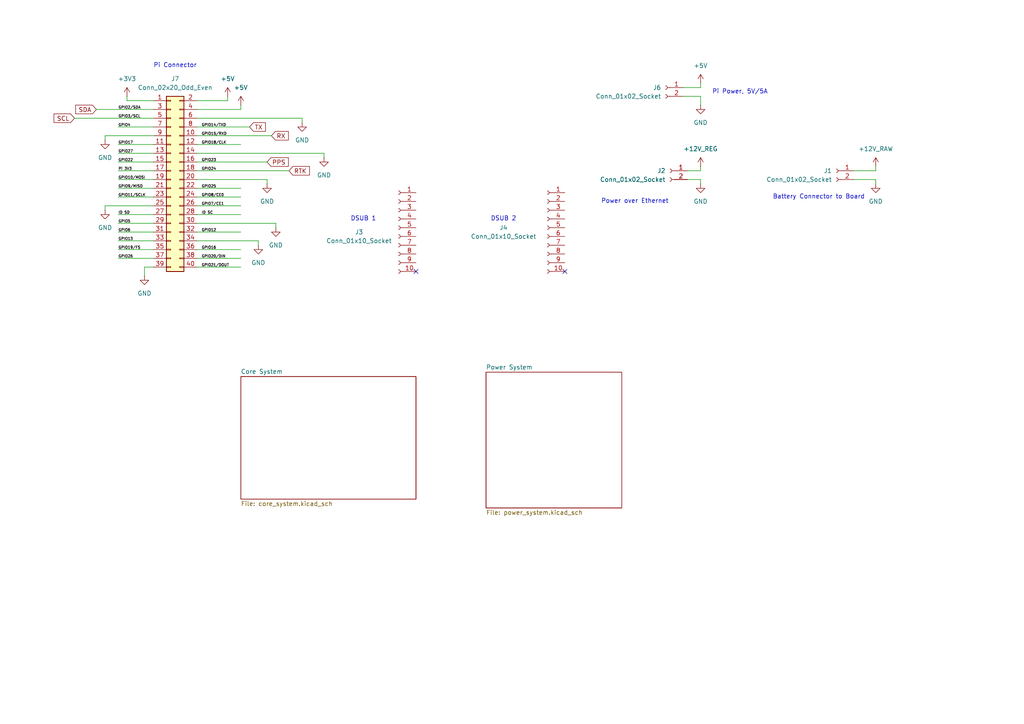
<source format=kicad_sch>
(kicad_sch (version 20250114) (generator "eeschema") (generator_version "9.0")
  (paper "A4")
  (lib_symbols
    (symbol "Connector:Conn_01x02_Socket" (pin_names (offset 1.016) (hide yes))
      (property "Reference" "J" (at 0 2.54 0))
      (property "Value" "Conn_01x02_Socket" (at 0 -5.08 0))
      (symbol "Conn_01x02_Socket_1_1"
        (polyline (pts (xy -1.27 0) (xy -0.508 0)) (stroke (width 0.1524)))
        (polyline (pts (xy -1.27 -2.54) (xy -0.508 -2.54)) (stroke (width 0.1524)))
        (arc (start 0 -0.508) (mid -0.5058 0) (end 0 0.508) (stroke (width 0.1524)))
        (arc (start 0 -3.048) (mid -0.5058 -2.54) (end 0 -2.032) (stroke (width 0.1524)))
        (pin passive line (at -5.08 0 0) (length 3.81) (name "Pin_1") (number "1"))
        (pin passive line (at -5.08 -2.54 0) (length 3.81) (name "Pin_2") (number "2"))
      )
    )
    (symbol "Connector:Conn_01x10_Socket" (pin_names (offset 1.016) (hide yes))
      (property "Reference" "J" (at 0 12.7 0))
      (property "Value" "Conn_01x10_Socket" (at 0 -15.24 0))
      (symbol "Conn_01x10_Socket_1_1"
        (polyline (pts (xy -1.27 10.16) (xy -0.508 10.16)) (stroke (width 0.1524)))
        (polyline (pts (xy -1.27 7.62) (xy -0.508 7.62)) (stroke (width 0.1524)))
        (polyline (pts (xy -1.27 5.08) (xy -0.508 5.08)) (stroke (width 0.1524)))
        (polyline (pts (xy -1.27 2.54) (xy -0.508 2.54)) (stroke (width 0.1524)))
        (polyline (pts (xy -1.27 0) (xy -0.508 0)) (stroke (width 0.1524)))
        (polyline (pts (xy -1.27 -2.54) (xy -0.508 -2.54)) (stroke (width 0.1524)))
        (polyline (pts (xy -1.27 -5.08) (xy -0.508 -5.08)) (stroke (width 0.1524)))
        (polyline (pts (xy -1.27 -7.62) (xy -0.508 -7.62)) (stroke (width 0.1524)))
        (polyline (pts (xy -1.27 -10.16) (xy -0.508 -10.16)) (stroke (width 0.1524)))
        (polyline (pts (xy -1.27 -12.7) (xy -0.508 -12.7)) (stroke (width 0.1524)))
        (arc (start 0 9.652) (mid -0.5058 10.16) (end 0 10.668) (stroke (width 0.1524)))
        (arc (start 0 7.112) (mid -0.5058 7.62) (end 0 8.128) (stroke (width 0.1524)))
        (arc (start 0 4.572) (mid -0.5058 5.08) (end 0 5.588) (stroke (width 0.1524)))
        (arc (start 0 2.032) (mid -0.5058 2.54) (end 0 3.048) (stroke (width 0.1524)))
        (arc (start 0 -0.508) (mid -0.5058 0) (end 0 0.508) (stroke (width 0.1524)))
        (arc (start 0 -3.048) (mid -0.5058 -2.54) (end 0 -2.032) (stroke (width 0.1524)))
        (arc (start 0 -5.588) (mid -0.5058 -5.08) (end 0 -4.572) (stroke (width 0.1524)))
        (arc (start 0 -8.128) (mid -0.5058 -7.62) (end 0 -7.112) (stroke (width 0.1524)))
        (arc (start 0 -10.668) (mid -0.5058 -10.16) (end 0 -9.652) (stroke (width 0.1524)))
        (arc (start 0 -13.208) (mid -0.5058 -12.7) (end 0 -12.192) (stroke (width 0.1524)))
        (pin passive line (at -5.08 10.16 0) (length 3.81) (name "Pin_1") (number "1"))
        (pin passive line (at -5.08 7.62 0) (length 3.81) (name "Pin_2") (number "2"))
        (pin passive line (at -5.08 5.08 0) (length 3.81) (name "Pin_3") (number "3"))
        (pin passive line (at -5.08 2.54 0) (length 3.81) (name "Pin_4") (number "4"))
        (pin passive line (at -5.08 0 0) (length 3.81) (name "Pin_5") (number "5"))
        (pin passive line (at -5.08 -2.54 0) (length 3.81) (name "Pin_6") (number "6"))
        (pin passive line (at -5.08 -5.08 0) (length 3.81) (name "Pin_7") (number "7"))
        (pin passive line (at -5.08 -7.62 0) (length 3.81) (name "Pin_8") (number "8"))
        (pin passive line (at -5.08 -10.16 0) (length 3.81) (name "Pin_9") (number "9"))
        (pin passive line (at -5.08 -12.7 0) (length 3.81) (name "Pin_10") (number "10"))
      )
    )
    (symbol "Connector_Generic:Conn_02x20_Odd_Even" (pin_names (offset 1.016) (hide yes))
      (property "Reference" "J" (at 1.27 25.4 0))
      (property "Value" "Conn_02x20_Odd_Even" (at 1.27 -27.94 0))
      (symbol "Conn_02x20_Odd_Even_1_1"
        (rectangle (start -1.27 24.13) (end 3.81 -26.67) (stroke (width 0.254)) (fill (type background)))
        (rectangle (start -1.27 22.987) (end 0 22.733) (stroke (width 0.1524)))
        (rectangle (start -1.27 20.447) (end 0 20.193) (stroke (width 0.1524)))
        (rectangle (start -1.27 17.907) (end 0 17.653) (stroke (width 0.1524)))
        (rectangle (start -1.27 15.367) (end 0 15.113) (stroke (width 0.1524)))
        (rectangle (start -1.27 12.827) (end 0 12.573) (stroke (width 0.1524)))
        (rectangle (start -1.27 10.287) (end 0 10.033) (stroke (width 0.1524)))
        (rectangle (start -1.27 7.747) (end 0 7.493) (stroke (width 0.1524)))
        (rectangle (start -1.27 5.207) (end 0 4.953) (stroke (width 0.1524)))
        (rectangle (start -1.27 2.667) (end 0 2.413) (stroke (width 0.1524)))
        (rectangle (start -1.27 0.127) (end 0 -0.127) (stroke (width 0.1524)))
        (rectangle (start -1.27 -2.413) (end 0 -2.667) (stroke (width 0.1524)))
        (rectangle (start -1.27 -4.953) (end 0 -5.207) (stroke (width 0.1524)))
        (rectangle (start -1.27 -7.493) (end 0 -7.747) (stroke (width 0.1524)))
        (rectangle (start -1.27 -10.033) (end 0 -10.287) (stroke (width 0.1524)))
        (rectangle (start -1.27 -12.573) (end 0 -12.827) (stroke (width 0.1524)))
        (rectangle (start -1.27 -15.113) (end 0 -15.367) (stroke (width 0.1524)))
        (rectangle (start -1.27 -17.653) (end 0 -17.907) (stroke (width 0.1524)))
        (rectangle (start -1.27 -20.193) (end 0 -20.447) (stroke (width 0.1524)))
        (rectangle (start -1.27 -22.733) (end 0 -22.987) (stroke (width 0.1524)))
        (rectangle (start -1.27 -25.273) (end 0 -25.527) (stroke (width 0.1524)))
        (rectangle (start 3.81 22.987) (end 2.54 22.733) (stroke (width 0.1524)))
        (rectangle (start 3.81 20.447) (end 2.54 20.193) (stroke (width 0.1524)))
        (rectangle (start 3.81 17.907) (end 2.54 17.653) (stroke (width 0.1524)))
        (rectangle (start 3.81 15.367) (end 2.54 15.113) (stroke (width 0.1524)))
        (rectangle (start 3.81 12.827) (end 2.54 12.573) (stroke (width 0.1524)))
        (rectangle (start 3.81 10.287) (end 2.54 10.033) (stroke (width 0.1524)))
        (rectangle (start 3.81 7.747) (end 2.54 7.493) (stroke (width 0.1524)))
        (rectangle (start 3.81 5.207) (end 2.54 4.953) (stroke (width 0.1524)))
        (rectangle (start 3.81 2.667) (end 2.54 2.413) (stroke (width 0.1524)))
        (rectangle (start 3.81 0.127) (end 2.54 -0.127) (stroke (width 0.1524)))
        (rectangle (start 3.81 -2.413) (end 2.54 -2.667) (stroke (width 0.1524)))
        (rectangle (start 3.81 -4.953) (end 2.54 -5.207) (stroke (width 0.1524)))
        (rectangle (start 3.81 -7.493) (end 2.54 -7.747) (stroke (width 0.1524)))
        (rectangle (start 3.81 -10.033) (end 2.54 -10.287) (stroke (width 0.1524)))
        (rectangle (start 3.81 -12.573) (end 2.54 -12.827) (stroke (width 0.1524)))
        (rectangle (start 3.81 -15.113) (end 2.54 -15.367) (stroke (width 0.1524)))
        (rectangle (start 3.81 -17.653) (end 2.54 -17.907) (stroke (width 0.1524)))
        (rectangle (start 3.81 -20.193) (end 2.54 -20.447) (stroke (width 0.1524)))
        (rectangle (start 3.81 -22.733) (end 2.54 -22.987) (stroke (width 0.1524)))
        (rectangle (start 3.81 -25.273) (end 2.54 -25.527) (stroke (width 0.1524)))
        (pin passive line (at -5.08 22.86 0) (length 3.81) (name "Pin_1") (number "1"))
        (pin passive line (at -5.08 20.32 0) (length 3.81) (name "Pin_3") (number "3"))
        (pin passive line (at -5.08 17.78 0) (length 3.81) (name "Pin_5") (number "5"))
        (pin passive line (at -5.08 15.24 0) (length 3.81) (name "Pin_7") (number "7"))
        (pin passive line (at -5.08 12.7 0) (length 3.81) (name "Pin_9") (number "9"))
        (pin passive line (at -5.08 10.16 0) (length 3.81) (name "Pin_11") (number "11"))
        (pin passive line (at -5.08 7.62 0) (length 3.81) (name "Pin_13") (number "13"))
        (pin passive line (at -5.08 5.08 0) (length 3.81) (name "Pin_15") (number "15"))
        (pin passive line (at -5.08 2.54 0) (length 3.81) (name "Pin_17") (number "17"))
        (pin passive line (at -5.08 0 0) (length 3.81) (name "Pin_19") (number "19"))
        (pin passive line (at -5.08 -2.54 0) (length 3.81) (name "Pin_21") (number "21"))
        (pin passive line (at -5.08 -5.08 0) (length 3.81) (name "Pin_23") (number "23"))
        (pin passive line (at -5.08 -7.62 0) (length 3.81) (name "Pin_25") (number "25"))
        (pin passive line (at -5.08 -10.16 0) (length 3.81) (name "Pin_27") (number "27"))
        (pin passive line (at -5.08 -12.7 0) (length 3.81) (name "Pin_29") (number "29"))
        (pin passive line (at -5.08 -15.24 0) (length 3.81) (name "Pin_31") (number "31"))
        (pin passive line (at -5.08 -17.78 0) (length 3.81) (name "Pin_33") (number "33"))
        (pin passive line (at -5.08 -20.32 0) (length 3.81) (name "Pin_35") (number "35"))
        (pin passive line (at -5.08 -22.86 0) (length 3.81) (name "Pin_37") (number "37"))
        (pin passive line (at -5.08 -25.4 0) (length 3.81) (name "Pin_39") (number "39"))
        (pin passive line (at 7.62 22.86 180) (length 3.81) (name "Pin_2") (number "2"))
        (pin passive line (at 7.62 20.32 180) (length 3.81) (name "Pin_4") (number "4"))
        (pin passive line (at 7.62 17.78 180) (length 3.81) (name "Pin_6") (number "6"))
        (pin passive line (at 7.62 15.24 180) (length 3.81) (name "Pin_8") (number "8"))
        (pin passive line (at 7.62 12.7 180) (length 3.81) (name "Pin_10") (number "10"))
        (pin passive line (at 7.62 10.16 180) (length 3.81) (name "Pin_12") (number "12"))
        (pin passive line (at 7.62 7.62 180) (length 3.81) (name "Pin_14") (number "14"))
        (pin passive line (at 7.62 5.08 180) (length 3.81) (name "Pin_16") (number "16"))
        (pin passive line (at 7.62 2.54 180) (length 3.81) (name "Pin_18") (number "18"))
        (pin passive line (at 7.62 0 180) (length 3.81) (name "Pin_20") (number "20"))
        (pin passive line (at 7.62 -2.54 180) (length 3.81) (name "Pin_22") (number "22"))
        (pin passive line (at 7.62 -5.08 180) (length 3.81) (name "Pin_24") (number "24"))
        (pin passive line (at 7.62 -7.62 180) (length 3.81) (name "Pin_26") (number "26"))
        (pin passive line (at 7.62 -10.16 180) (length 3.81) (name "Pin_28") (number "28"))
        (pin passive line (at 7.62 -12.7 180) (length 3.81) (name "Pin_30") (number "30"))
        (pin passive line (at 7.62 -15.24 180) (length 3.81) (name "Pin_32") (number "32"))
        (pin passive line (at 7.62 -17.78 180) (length 3.81) (name "Pin_34") (number "34"))
        (pin passive line (at 7.62 -20.32 180) (length 3.81) (name "Pin_36") (number "36"))
        (pin passive line (at 7.62 -22.86 180) (length 3.81) (name "Pin_38") (number "38"))
        (pin passive line (at 7.62 -25.4 180) (length 3.81) (name "Pin_40") (number "40"))
      )
    )
    (symbol "power:+12V" (power) (pin_numbers (hide yes)) (pin_names (offset 0) (hide yes))
      (property "Value" "+12V" (at 0 3.556 0))
      (symbol "+12V_0_1"
        (polyline (pts (xy -0.762 1.27) (xy 0 2.54)))
        (polyline (pts (xy 0 2.54) (xy 0.762 1.27)))
        (polyline (pts (xy 0 0) (xy 0 2.54)))
      )
      (symbol "+12V_1_1"
        (pin power_in line (at 0 0 90) (length 0) (name "~") (number "1"))
      )
    )
    (symbol "power:+3V3" (power) (pin_numbers (hide yes)) (pin_names (offset 0) (hide yes))
      (property "Value" "+3V3" (at 0 3.556 0))
      (symbol "+3V3_0_1"
        (polyline (pts (xy -0.762 1.27) (xy 0 2.54)))
        (polyline (pts (xy 0 2.54) (xy 0.762 1.27)))
        (polyline (pts (xy 0 0) (xy 0 2.54)))
      )
      (symbol "+3V3_1_1"
        (pin power_in line (at 0 0 90) (length 0) (name "~") (number "1"))
      )
    )
    (symbol "power:+5V" (power) (pin_numbers (hide yes)) (pin_names (offset 0) (hide yes))
      (property "Value" "+5V" (at 0 3.556 0))
      (symbol "+5V_0_1"
        (polyline (pts (xy -0.762 1.27) (xy 0 2.54)))
        (polyline (pts (xy 0 2.54) (xy 0.762 1.27)))
        (polyline (pts (xy 0 0) (xy 0 2.54)))
      )
      (symbol "+5V_1_1"
        (pin power_in line (at 0 0 90) (length 0) (name "~") (number "1"))
      )
    )
    (symbol "power:GND" (power) (pin_numbers (hide yes)) (pin_names (offset 0) (hide yes))
      (property "Value" "GND" (at 0 -3.81 0))
      (symbol "GND_0_1"
        (polyline (pts (xy 0 0) (xy 0 -1.27) (xy 1.27 -1.27) (xy 0 -2.54) (xy -1.27 -1.27) (xy 0 -1.27)))
      )
      (symbol "GND_1_1"
        (pin power_in line (at 0 0 270) (length 0) (name "~") (number "1"))
      )
    )
  )
  (text "Pi Power, 5V/5A" (at 214.63 26.67 0) (effects (font (size 1.27 1.27))))
  (text "Battery Connector to Board" (at 237.49 57.15 0) (effects (font (size 1.27 1.27))))
  (text "Pi Connector\n" (at 50.8 19.05 0) (effects (font (size 1.27 1.27))))
  (text "DSUB 1" (at 105.41 63.5 0) (effects (font (size 1.27 1.27))))
  (text "Power over Ethernet\n" (at 184.15 58.42 0) (effects (font (size 1.27 1.27))))
  (text "DSUB 2" (at 146.05 63.5 0) (effects (font (size 1.27 1.27))))
  (no_connect (at 163.83 78.74))
  (no_connect (at 120.65 78.74))
  (wire (pts (xy 66.04 27.94) (xy 66.04 29.21)))
  (wire (pts (xy 36.83 27.94) (xy 36.83 29.21)))
  (wire (pts (xy 254 49.53) (xy 247.65 49.53)))
  (wire (pts (xy 34.29 36.83) (xy 44.45 36.83)))
  (wire (pts (xy 57.15 62.23) (xy 69.85 62.23)))
  (wire (pts (xy 57.15 49.53) (xy 83.82 49.53)))
  (wire (pts (xy 34.29 64.77) (xy 44.45 64.77)))
  (wire (pts (xy 34.29 57.15) (xy 44.45 57.15)))
  (wire (pts (xy 57.15 39.37) (xy 78.74 39.37)))
  (wire (pts (xy 57.15 36.83) (xy 72.39 36.83)))
  (wire (pts (xy 34.29 74.93) (xy 44.45 74.93)))
  (wire (pts (xy 34.29 67.31) (xy 44.45 67.31)))
  (wire (pts (xy 80.01 64.77) (xy 80.01 66.04)))
  (wire (pts (xy 30.48 39.37) (xy 44.45 39.37)))
  (wire (pts (xy 57.15 59.69) (xy 69.85 59.69)))
  (wire (pts (xy 199.39 52.07) (xy 203.2 52.07)))
  (wire (pts (xy 57.15 41.91) (xy 69.85 41.91)))
  (wire (pts (xy 57.15 29.21) (xy 66.04 29.21)))
  (wire (pts (xy 27.94 31.75) (xy 44.45 31.75)))
  (wire (pts (xy 34.29 46.99) (xy 44.45 46.99)))
  (wire (pts (xy 203.2 25.4) (xy 198.12 25.4)))
  (wire (pts (xy 34.29 62.23) (xy 44.45 62.23)))
  (wire (pts (xy 34.29 44.45) (xy 44.45 44.45)))
  (wire (pts (xy 203.2 49.53) (xy 199.39 49.53)))
  (wire (pts (xy 57.15 77.47) (xy 69.85 77.47)))
  (wire (pts (xy 57.15 52.07) (xy 77.47 52.07)))
  (wire (pts (xy 34.29 54.61) (xy 44.45 54.61)))
  (wire (pts (xy 57.15 46.99) (xy 77.47 46.99)))
  (wire (pts (xy 69.85 30.48) (xy 69.85 31.75)))
  (wire (pts (xy 57.15 31.75) (xy 69.85 31.75)))
  (wire (pts (xy 254 52.07) (xy 254 53.34)))
  (wire (pts (xy 203.2 30.48) (xy 203.2 27.94)))
  (wire (pts (xy 30.48 60.96) (xy 30.48 59.69)))
  (wire (pts (xy 93.98 44.45) (xy 93.98 45.72)))
  (wire (pts (xy 36.83 29.21) (xy 44.45 29.21)))
  (wire (pts (xy 34.29 41.91) (xy 44.45 41.91)))
  (wire (pts (xy 30.48 40.64) (xy 30.48 39.37)))
  (wire (pts (xy 57.15 64.77) (xy 80.01 64.77)))
  (wire (pts (xy 57.15 74.93) (xy 69.85 74.93)))
  (wire (pts (xy 34.29 49.53) (xy 44.45 49.53)))
  (wire (pts (xy 57.15 44.45) (xy 93.98 44.45)))
  (wire (pts (xy 247.65 52.07) (xy 254 52.07)))
  (wire (pts (xy 34.29 69.85) (xy 44.45 69.85)))
  (wire (pts (xy 41.91 77.47) (xy 41.91 80.01)))
  (wire (pts (xy 198.12 27.94) (xy 203.2 27.94)))
  (wire (pts (xy 74.93 69.85) (xy 74.93 71.12)))
  (wire (pts (xy 41.91 77.47) (xy 44.45 77.47)))
  (wire (pts (xy 203.2 48.26) (xy 203.2 49.53)))
  (wire (pts (xy 57.15 57.15) (xy 69.85 57.15)))
  (wire (pts (xy 57.15 69.85) (xy 74.93 69.85)))
  (wire (pts (xy 87.63 34.29) (xy 87.63 35.56)))
  (wire (pts (xy 34.29 72.39) (xy 44.45 72.39)))
  (wire (pts (xy 254 48.26) (xy 254 49.53)))
  (wire (pts (xy 57.15 67.31) (xy 69.85 67.31)))
  (wire (pts (xy 77.47 52.07) (xy 77.47 53.34)))
  (wire (pts (xy 34.29 52.07) (xy 44.45 52.07)))
  (wire (pts (xy 57.15 72.39) (xy 69.85 72.39)))
  (wire (pts (xy 57.15 54.61) (xy 69.85 54.61)))
  (wire (pts (xy 30.48 59.69) (xy 44.45 59.69)))
  (wire (pts (xy 203.2 53.34) (xy 203.2 52.07)))
  (wire (pts (xy 21.59 34.29) (xy 44.45 34.29)))
  (wire (pts (xy 203.2 24.13) (xy 203.2 25.4)))
  (wire (pts (xy 57.15 34.29) (xy 87.63 34.29)))
  (label "GPIO22" (at 34.29 46.99 0) (effects (font (size 0.762 0.762))))
  (label "GPIO8{slash}CE0" (at 58.42 57.15 0) (effects (font (size 0.762 0.762))))
  (label "GPIO23" (at 58.42 46.99 0) (effects (font (size 0.762 0.762))))
  (label "GPIO5" (at 34.29 64.77 0) (effects (font (size 0.762 0.762))))
  (label "GPIO18{slash}CLK" (at 58.42 41.91 0) (effects (font (size 0.762 0.762))))
  (label "GPIO10{slash}MOSI" (at 34.29 52.07 0) (effects (font (size 0.762 0.762))))
  (label "GPIO6" (at 34.29 67.31 0) (effects (font (size 0.762 0.762))))
  (label "GPIO12" (at 58.42 67.31 0) (effects (font (size 0.762 0.762))))
  (label "GPIO24" (at 58.42 49.53 0) (effects (font (size 0.762 0.762))))
  (label "GPIO26" (at 34.29 74.93 0) (effects (font (size 0.762 0.762))))
  (label "GPIO21{slash}DOUT" (at 58.42 77.47 0) (effects (font (size 0.762 0.762))))
  (label "GPIO20{slash}DIN" (at 58.42 74.93 0) (effects (font (size 0.762 0.762))))
  (label "GPIO17" (at 34.29 41.91 0) (effects (font (size 0.762 0.762))))
  (label "GPIO27" (at 34.29 44.45 0) (effects (font (size 0.762 0.762))))
  (label "GPIO13" (at 34.29 69.85 0) (effects (font (size 0.762 0.762))))
  (label "GPIO3{slash}SCL" (at 34.29 34.29 0) (effects (font (size 0.762 0.762))))
  (label "GPIO9{slash}MISO" (at 34.29 54.61 0) (effects (font (size 0.762 0.762))))
  (label "GPIO15{slash}RXD" (at 58.42 39.37 0) (effects (font (size 0.762 0.762))))
  (label "GPIO14{slash}TXD" (at 58.42 36.83 0) (effects (font (size 0.762 0.762))))
  (label "GPIO25" (at 58.42 54.61 0) (effects (font (size 0.762 0.762))))
  (label "Pi 3V3" (at 34.29 49.53 0) (effects (font (size 0.762 0.762))))
  (label "GPIO7{slash}CE1" (at 58.42 59.69 0) (effects (font (size 0.762 0.762))))
  (label "GPIO4" (at 34.29 36.83 0) (effects (font (size 0.762 0.762))))
  (label "ID SC" (at 58.42 62.23 0) (effects (font (size 0.762 0.762))))
  (label "GPIO16" (at 58.42 72.39 0) (effects (font (size 0.762 0.762))))
  (label "ID SD" (at 34.29 62.23 0) (effects (font (size 0.762 0.762))))
  (label "GPIO19/FS" (at 34.29 72.39 0) (effects (font (size 0.762 0.762))))
  (label "GPIO11{slash}SCLK" (at 34.29 57.15 0) (effects (font (size 0.762 0.762))))
  (label "GPIO2{slash}SDA" (at 34.29 31.75 0) (effects (font (size 0.762 0.762))))
  (global_label "SCL" (shape input) (at 21.59 34.29 180) (property "Intersheetrefs" "${INTERSHEET_REFS}" (effects (hide yes))))
  (global_label "TX" (shape input) (at 72.39 36.83 0) (property "Intersheetrefs" "${INTERSHEET_REFS}" (effects (hide yes))))
  (global_label "RX" (shape input) (at 78.74 39.37 0) (property "Intersheetrefs" "${INTERSHEET_REFS}" (effects (hide yes))))
  (global_label "PPS" (shape input) (at 77.47 46.99 0) (property "Intersheetrefs" "${INTERSHEET_REFS}" (effects (hide yes))))
  (global_label "RTK" (shape input) (at 83.82 49.53 0) (property "Intersheetrefs" "${INTERSHEET_REFS}" (effects (hide yes))))
  (global_label "SDA" (shape input) (at 27.94 31.75 180) (property "Intersheetrefs" "${INTERSHEET_REFS}" (effects (hide yes))))
  (symbol (lib_id "Connector:Conn_01x02_Socket") (at 242.57 49.53 0) (mirror y) (unit 1)
    (property "Reference" "J1" (at 241.3 49.5299 0) (effects (justify left)))
    (property "Value" "Conn_01x02_Socket" (at 241.3 52.0699 0) (effects (justify left)))
    (property "Footprint" "Capstone Footprints:1x2_CONN_SD-43650-010_02_MOL" (effects (hide yes)))
    (property "Description" "Generic connector, single row, 01x02, script generated" (effects (hide yes)))
  )
  (symbol (lib_id "power:+12V") (at 203.2 48.26 0) (unit 1)
    (property "Reference" "#PWR01" (effects (hide yes)))
    (property "Value" "+12V_REG" (at 203.2 43.18 0))
    (property "Description" "Power symbol creates a global label with name \"+12V\"" (effects (hide yes)))
  )
  (symbol (lib_id "power:+5V") (at 203.2 24.13 0) (unit 1)
    (property "Reference" "#PWR06" (effects (hide yes)))
    (property "Value" "+5V" (at 203.2 19.05 0))
    (property "Description" "Power symbol creates a global label with name \"+5V\"" (effects (hide yes)))
  )
  (symbol (lib_id "power:GND") (at 93.98 45.72 0) (unit 1)
    (property "Reference" "#PWR016" (effects (hide yes)))
    (property "Value" "GND" (at 93.98 50.8 0))
    (property "Description" "Power symbol creates a global label with name \"GND\" , ground" (effects (hide yes)))
  )
  (symbol (lib_id "Connector:Conn_01x10_Socket") (at 158.75 66.04 0) (mirror y) (unit 1)
    (property "Reference" "J4" (at 146.05 66.04 0))
    (property "Value" "Conn_01x10_Socket" (at 146.05 68.58 0))
    (property "Footprint" "Capstone Footprints:2x5_CON10_P100X100-RIBBON_TYC" (effects (hide yes)))
    (property "Description" "Generic connector, single row, 01x10, script generated" (effects (hide yes)))
  )
  (symbol (lib_id "power:GND") (at 30.48 60.96 0) (unit 1)
    (property "Reference" "#PWR014" (effects (hide yes)))
    (property "Value" "GND" (at 30.48 66.04 0))
    (property "Description" "Power symbol creates a global label with name \"GND\" , ground" (effects (hide yes)))
  )
  (symbol (lib_id "Connector:Conn_01x02_Socket") (at 194.31 49.53 0) (mirror y) (unit 1)
    (property "Reference" "J2" (at 193.04 49.5299 0) (effects (justify left)))
    (property "Value" "Conn_01x02_Socket" (at 193.04 52.0699 0) (effects (justify left)))
    (property "Footprint" "Capstone Footprints:1x2_CONN_SD-43650-010_02_MOL" (effects (hide yes)))
    (property "Description" "Generic connector, single row, 01x02, script generated" (effects (hide yes)))
  )
  (symbol (lib_id "Connector_Generic:Conn_02x20_Odd_Even") (at 49.53 52.07 0) (unit 1)
    (property "Reference" "J7" (at 50.8 22.86 0))
    (property "Value" "Conn_02x20_Odd_Even" (at 50.8 25.4 0))
    (property "Footprint" "Capstone Footprints:2x20_CONN_3020-40-0100-00_CNC" (effects (hide yes)))
    (property "Description" "Generic connector, double row, 02x20, odd/even pin numbering scheme (row 1 odd numbers, row 2 even numbers), script generated (kicad-library-utils/schlib/autogen/connector/)" (effects (hide yes)))
  )
  (symbol (lib_id "power:GND") (at 203.2 30.48 0) (unit 1)
    (property "Reference" "#PWR07" (effects (hide yes)))
    (property "Value" "GND" (at 203.2 35.56 0))
    (property "Description" "Power symbol creates a global label with name \"GND\" , ground" (effects (hide yes)))
  )
  (symbol (lib_id "power:GND") (at 30.48 40.64 0) (unit 1)
    (property "Reference" "#PWR012" (effects (hide yes)))
    (property "Value" "GND" (at 30.48 45.72 0))
    (property "Description" "Power symbol creates a global label with name \"GND\" , ground" (effects (hide yes)))
  )
  (symbol (lib_id "Connector:Conn_01x02_Socket") (at 193.04 25.4 0) (mirror y) (unit 1)
    (property "Reference" "J6" (at 191.77 25.3999 0) (effects (justify left)))
    (property "Value" "Conn_01x02_Socket" (at 191.77 27.9399 0) (effects (justify left)))
    (property "Footprint" "Capstone Footprints:1x2_CONN_SD-43650-010_02_MOL" (effects (hide yes)))
    (property "Description" "Generic connector, single row, 01x02, script generated" (effects (hide yes)))
  )
  (symbol (lib_id "power:GND") (at 254 53.34 0) (unit 1)
    (property "Reference" "#PWR04" (effects (hide yes)))
    (property "Value" "GND" (at 254 58.42 0))
    (property "Description" "Power symbol creates a global label with name \"GND\" , ground" (effects (hide yes)))
  )
  (symbol (lib_id "power:+3V3") (at 36.83 27.94 0) (unit 1)
    (property "Reference" "#PWR08" (effects (hide yes)))
    (property "Value" "+3V3" (at 36.83 22.86 0))
    (property "Description" "Power symbol creates a global label with name \"+3V3\"" (effects (hide yes)))
  )
  (symbol (lib_id "power:GND") (at 80.01 66.04 0) (unit 1)
    (property "Reference" "#PWR018" (effects (hide yes)))
    (property "Value" "GND" (at 80.01 71.12 0))
    (property "Description" "Power symbol creates a global label with name \"GND\" , ground" (effects (hide yes)))
  )
  (symbol (lib_id "power:+5V") (at 69.85 30.48 0) (unit 1)
    (property "Reference" "#PWR010" (effects (hide yes)))
    (property "Value" "+5V" (at 69.85 25.4 0))
    (property "Description" "Power symbol creates a global label with name \"+5V\"" (effects (hide yes)))
  )
  (symbol (lib_id "power:GND") (at 87.63 35.56 0) (unit 1)
    (property "Reference" "#PWR011" (effects (hide yes)))
    (property "Value" "GND" (at 87.63 40.64 0))
    (property "Description" "Power symbol creates a global label with name \"GND\" , ground" (effects (hide yes)))
  )
  (symbol (lib_id "power:+5V") (at 66.04 27.94 0) (unit 1)
    (property "Reference" "#PWR09" (effects (hide yes)))
    (property "Value" "+5V" (at 66.04 22.86 0))
    (property "Description" "Power symbol creates a global label with name \"+5V\"" (effects (hide yes)))
  )
  (symbol (lib_id "power:GND") (at 74.93 71.12 0) (unit 1)
    (property "Reference" "#PWR019" (effects (hide yes)))
    (property "Value" "GND" (at 74.93 76.2 0))
    (property "Description" "Power symbol creates a global label with name \"GND\" , ground" (effects (hide yes)))
  )
  (symbol (lib_id "power:+12V") (at 254 48.26 0) (unit 1)
    (property "Reference" "#PWR03" (effects (hide yes)))
    (property "Value" "+12V_RAW" (at 254 43.18 0))
    (property "Description" "Power symbol creates a global label with name \"+12V\"" (effects (hide yes)))
  )
  (symbol (lib_id "Connector:Conn_01x10_Socket") (at 115.57 66.04 0) (mirror y) (unit 1)
    (property "Reference" "J3" (at 104.14 67.31 0))
    (property "Value" "Conn_01x10_Socket" (at 104.14 69.85 0))
    (property "Footprint" "Capstone Footprints:2x5_CON10_P100X100-RIBBON_TYC" (effects (hide yes)))
    (property "Description" "Generic connector, single row, 01x10, script generated" (effects (hide yes)))
  )
  (symbol (lib_id "power:GND") (at 41.91 80.01 0) (unit 1)
    (property "Reference" "#PWR015" (effects (hide yes)))
    (property "Value" "GND" (at 41.91 85.09 0))
    (property "Description" "Power symbol creates a global label with name \"GND\" , ground" (effects (hide yes)))
  )
  (symbol (lib_id "power:GND") (at 203.2 53.34 0) (unit 1)
    (property "Reference" "#PWR02" (effects (hide yes)))
    (property "Value" "GND" (at 203.2 58.42 0))
    (property "Description" "Power symbol creates a global label with name \"GND\" , ground" (effects (hide yes)))
  )
  (symbol (lib_id "power:GND") (at 77.47 53.34 0) (unit 1)
    (property "Reference" "#PWR017" (effects (hide yes)))
    (property "Value" "GND" (at 77.47 58.42 0))
    (property "Description" "Power symbol creates a global label with name \"GND\" , ground" (effects (hide yes)))
  )
  (sheet (at 140.97 107.95) (size 39.37 39.37) (stroke (width 0.1524))
    (property "Sheetname" "Power System" (at 140.97 107.2384 0) (effects (justify left bottom)))
    (property "Sheetfile" "power_system.kicad_sch" (at 140.97 147.9046 0) (effects (justify left top)))
  )
  (sheet (at 69.85 109.22) (size 50.8 35.56) (stroke (width 0.1524))
    (property "Sheetname" "Core System" (at 69.85 108.5084 0) (effects (justify left bottom)))
    (property "Sheetfile" "core_system.kicad_sch" (at 69.85 145.3646 0) (effects (justify left top)))
  )
)
</source>
